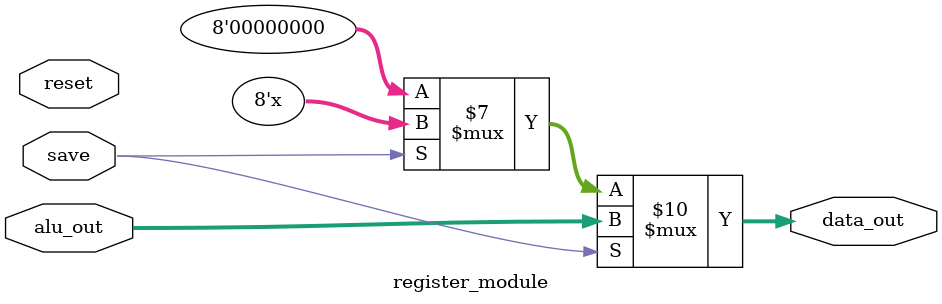
<source format=v>

module register_module (save,reset,alu_out,data_out);
  input save;
  input  reset;
  input  [7:0] alu_out;
  output  [7:0] data_out;
  reg  [7:0] data_out;

  
  always @(save, reset) 
  begin
    if (save ==1)
      begin
        data_out = alu_out;
      end
    else if(reset ==1)
      begin
        data_out = 8'b00000000;
      end
    else
      begin
        data_out = 8'b00000000;
      end    
end

endmodule

</source>
